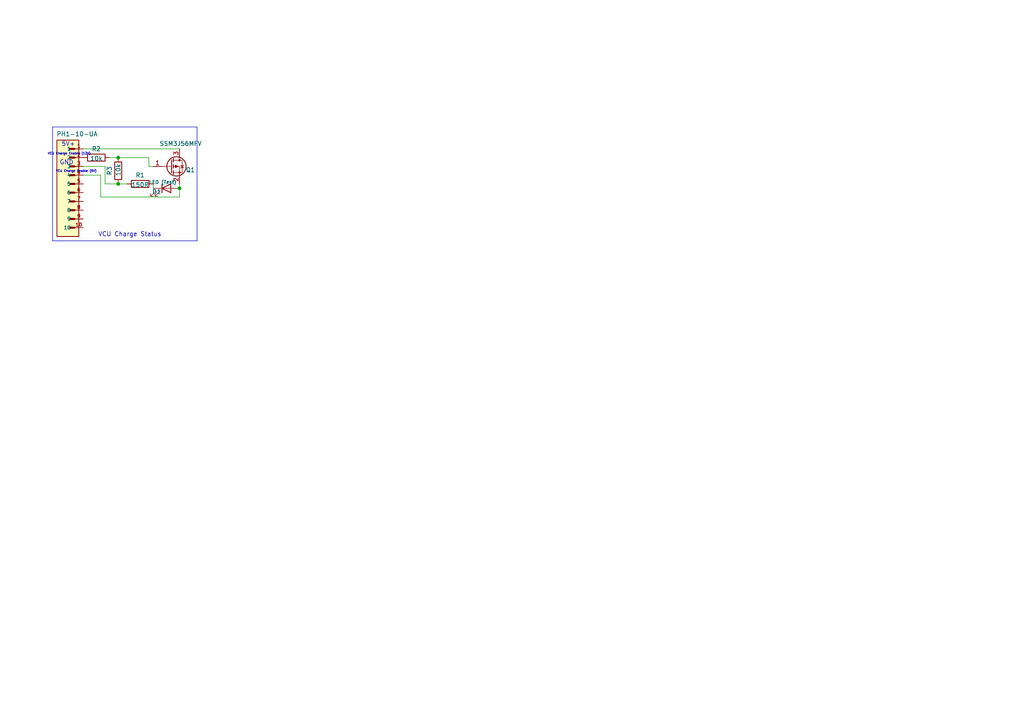
<source format=kicad_sch>
(kicad_sch (version 20231120) (generator "eeschema") (generator_version "8.0")
  (paper "A4")
  (lib_symbols
    (symbol "10 pin output:PH1-10-UA" (pin_names (offset 1.016))
      (property "Reference" "J" (at 0 28.448 0))
      (property "Value" "PH1-10-UA" (at 0 0 0))
      (symbol "PH1-10-UA_0_0"
        (polyline (pts (xy 3.81 2.54) (xy 5.08 2.54)) (stroke (width 0.6096)))
        (polyline (pts (xy 3.81 5.08) (xy 5.08 5.08)) (stroke (width 0.6096)))
        (polyline (pts (xy 3.81 7.62) (xy 5.08 7.62)) (stroke (width 0.6096)))
        (polyline (pts (xy 3.81 10.16) (xy 5.08 10.16)) (stroke (width 0.6096)))
        (polyline (pts (xy 3.81 12.7) (xy 5.08 12.7)) (stroke (width 0.6096)))
        (polyline (pts (xy 3.81 15.24) (xy 5.08 15.24)) (stroke (width 0.6096)))
        (polyline (pts (xy 3.81 17.78) (xy 5.08 17.78)) (stroke (width 0.6096)))
        (polyline (pts (xy 3.81 20.32) (xy 5.08 20.32)) (stroke (width 0.6096)))
        (polyline (pts (xy 3.81 22.86) (xy 5.08 22.86)) (stroke (width 0.6096)))
        (polyline (pts (xy 3.81 25.4) (xy 5.08 25.4)) (stroke (width 0.6096)))
        (rectangle (start 0 0) (end 6.35 27.94) (stroke (width 0.254)) (fill (type background)))
        (pin passive line (at 7.62 25.4 180) (length 2.54) (name "1") (number "1"))
        (pin passive line (at 7.62 2.54 180) (length 2.54) (name "10") (number "10"))
        (pin passive line (at 7.62 22.86 180) (length 2.54) (name "2") (number "2"))
        (pin passive line (at 7.62 20.32 180) (length 2.54) (name "3") (number "3"))
        (pin passive line (at 7.62 17.78 180) (length 2.54) (name "4") (number "4"))
        (pin passive line (at 7.62 15.24 180) (length 2.54) (name "5") (number "5"))
        (pin passive line (at 7.62 12.7 180) (length 2.54) (name "6") (number "6"))
        (pin passive line (at 7.62 10.16 180) (length 2.54) (name "7") (number "7"))
        (pin passive line (at 7.62 7.62 180) (length 2.54) (name "8") (number "8"))
        (pin passive line (at 7.62 5.08 180) (length 2.54) (name "9") (number "9"))
      )
    )
    (symbol "Device:LED" (pin_numbers hide) (pin_names (offset 1.016) hide)
      (property "Reference" "D" (at 0 2.54 0))
      (property "Value" "LED" (at 0 -2.54 0))
      (symbol "LED_0_1"
        (polyline (pts (xy -1.27 -1.27) (xy -1.27 1.27)) (stroke (width 0.254)))
        (polyline (pts (xy -1.27 0) (xy 1.27 0)))
        (polyline (pts (xy 1.27 -1.27) (xy 1.27 1.27) (xy -1.27 0) (xy 1.27 -1.27)) (stroke (width 0.254)))
        (polyline (pts (xy -3.048 -0.762) (xy -4.572 -2.286) (xy -3.81 -2.286) (xy -4.572 -2.286) (xy -4.572 -1.524)))
        (polyline (pts (xy -1.778 -0.762) (xy -3.302 -2.286) (xy -2.54 -2.286) (xy -3.302 -2.286) (xy -3.302 -1.524)))
      )
      (symbol "LED_1_1"
        (pin passive line (at -3.81 0 0) (length 2.54) (name "K") (number "1"))
        (pin passive line (at 3.81 0 180) (length 2.54) (name "A") (number "2"))
      )
    )
    (symbol "Device:R" (pin_numbers hide) (pin_names (offset 0))
      (property "Reference" "R" (at 2.032 0 90))
      (property "Value" "R" (at 0 0 90))
      (symbol "R_0_1"
        (rectangle (start -1.016 -2.54) (end 1.016 2.54) (stroke (width 0.254)))
      )
      (symbol "R_1_1"
        (pin passive line (at 0 3.81 270) (length 1.27) (name "~") (number "1"))
        (pin passive line (at 0 -3.81 90) (length 1.27) (name "~") (number "2"))
      )
    )
    (symbol "Transistor_FET:AON6411" (pin_names hide)
      (property "Reference" "Q" (at 5.08 1.905 0))
      (property "Value" "AON6411" (at 5.08 0 0))
      (symbol "AON6411_0_1"
        (polyline (pts (xy 0.254 0) (xy -2.54 0)))
        (polyline (pts (xy 0.254 1.905) (xy 0.254 -1.905)) (stroke (width 0.254)))
        (polyline (pts (xy 0.762 -1.27) (xy 0.762 -2.286)) (stroke (width 0.254)))
        (polyline (pts (xy 0.762 0.508) (xy 0.762 -0.508)) (stroke (width 0.254)))
        (polyline (pts (xy 0.762 2.286) (xy 0.762 1.27)) (stroke (width 0.254)))
        (polyline (pts (xy 2.54 2.54) (xy 2.54 1.778)))
        (polyline (pts (xy 2.54 -2.54) (xy 2.54 0) (xy 0.762 0)))
        (polyline (pts (xy 0.762 1.778) (xy 3.302 1.778) (xy 3.302 -1.778) (xy 0.762 -1.778)))
        (polyline (pts (xy 2.286 0) (xy 1.27 0.381) (xy 1.27 -0.381) (xy 2.286 0)) (fill (type outline)))
        (polyline (pts (xy 2.794 -0.508) (xy 2.921 -0.381) (xy 3.683 -0.381) (xy 3.81 -0.254)))
        (polyline (pts (xy 3.302 -0.381) (xy 2.921 0.254) (xy 3.683 0.254) (xy 3.302 -0.381)))
        (circle (center 1.651 0) (radius 2.794) (stroke (width 0.254)))
        (circle (center 2.54 -1.778) (radius 0.254) (fill (type outline)))
        (circle (center 2.54 1.778) (radius 0.254) (fill (type outline)))
      )
      (symbol "AON6411_1_1"
        (pin unspecified line (at -5.08 0 0) (length 2.54) (name "G") (number "1"))
        (pin unspecified line (at 2.54 -5.08 90) (length 2.54) (name "S") (number "2"))
        (pin unspecified line (at 2.54 5.08 270) (length 2.54) (name "D") (number "3"))
      )
    )
  )
  (junction (at 34.29 45.72))
  (junction (at 52.07 54.61))
  (junction (at 34.29 53.34))
  (wire (pts (xy 34.29 53.34) (xy 36.83 53.34)))
  (wire (pts (xy 44.45 53.34) (xy 44.45 54.61)))
  (wire (pts (xy 43.18 48.26) (xy 43.18 45.72)))
  (wire (pts (xy 52.07 54.61) (xy 52.07 57.15)))
  (wire (pts (xy 43.18 48.26) (xy 44.45 48.26)))
  (wire (pts (xy 52.07 57.15) (xy 29.21 57.15)))
  (wire (pts (xy 31.75 45.72) (xy 34.29 45.72)))
  (wire (pts (xy 52.07 43.18) (xy 24.13 43.18)))
  (wire (pts (xy 30.48 53.34) (xy 30.48 48.26)))
  (wire (pts (xy 52.07 53.34) (xy 52.07 54.61)))
  (wire (pts (xy 29.21 57.15) (xy 29.21 50.8)))
  (wire (pts (xy 34.29 53.34) (xy 30.48 53.34)))
  (wire (pts (xy 24.13 50.8) (xy 29.21 50.8)))
  (wire (pts (xy 30.48 48.26) (xy 24.13 48.26)))
  (wire (pts (xy 34.29 45.72) (xy 43.18 45.72)))
  (rectangle (start 15.24 36.83) (end 57.15 69.85))
  (text "5V+\n" (at 19.812 41.91 0) (effects (font (size 1.27 1.27))))
  (text "VCU Charge Enable (5V)" (at 22.098 49.784 0) (effects (font (size 0.635 0.635))))
  (text "VCU Charge Status" (at 28.448 68.834 0) (effects (font (size 1.27 1.27)) (justify left bottom)))
  (text "VCU Charge Enable (12V)" (at 20.066 44.704 0) (effects (font (size 0.635 0.635))))
  (text "GND\n" (at 19.304 47.244 0) (effects (font (size 1.27 1.27))))
  (symbol (lib_id "Device:R") (at 27.94 45.72 90) (unit 1)
    (property "Reference" "R2" (at 27.94 43.18 90))
    (property "Value" "10k" (at 27.94 45.974 90))
    (property "Footprint" "Resistor_SMD:R_0603_1608Metric" (effects (hide yes)))
  )
  (symbol (lib_id "Device:LED") (at 48.26 54.61 0) (unit 1)
    (property "Reference" "D1" (at 45.466 55.626 0))
    (property "Value" "LED (Test)" (at 47.244 52.832 0) (effects (font (size 1 1))))
    (property "Footprint" "LED:LED_AP3216SYD_KNB" (effects (hide yes)))
  )
  (symbol (lib_id "Device:R") (at 40.64 53.34 90) (unit 1)
    (property "Reference" "R1" (at 40.64 50.8 90))
    (property "Value" "150R" (at 40.64 53.594 90))
    (property "Footprint" "Resistor_SMD:R_0805_2012Metric" (effects (hide yes)))
  )
  (symbol (lib_id "Device:R") (at 34.29 49.53 180) (unit 1)
    (property "Reference" "R3" (at 31.75 49.53 90))
    (property "Value" "10k" (at 34.29 49.276 90))
    (property "Footprint" "Resistor_SMD:R_0603_1608Metric" (effects (hide yes)))
  )
  (symbol (lib_id "10 pin output:PH1-10-UA") (at 16.51 68.58 0) (unit 1)
    (property "Reference" "J1" (effects (hide yes)))
    (property "Value" "PH1-10-UA" (at 22.352 38.862 0))
    (property "Footprint" "Connector_PinHeader_2.54mm:PinHeader_1x10_P2.54mm_Vertical" (effects (hide yes)))
    (property "MF" "Adam Tech" (effects (hide yes)))
    (property "Description_1" "\n                        \n                            Connector Header Through Hole 10 position 0.100 (2.54mm)\n                        \n" (effects (hide yes)))
    (property "Package" "None" (effects (hide yes)))
    (property "Price" "None" (effects (hide yes)))
    (property "SnapEDA_Link" "https://www.snapeda.com/parts/PH1-10-UA/Adam+Tech/view-part/?ref=snap" (effects (hide yes)))
    (property "MP" "PH1-10-UA" (effects (hide yes)))
    (property "Availability" "In Stock" (effects (hide yes)))
    (property "Check_prices" "https://www.snapeda.com/parts/PH1-10-UA/Adam+Tech/view-part/?ref=eda" (effects (hide yes)))
  )
  (symbol (lib_id "Transistor_FET:AON6411") (at 49.53 48.26 0) (unit 1)
    (property "Reference" "Q1" (at 53.848 49.276 0) (effects (justify left)))
    (property "Value" "SSM3J56MFV" (at 46.228 41.656 0) (effects (justify left)))
    (property "Footprint" "PMOS:VESM_TOS" (effects (hide yes)))
    (property "Datasheet" "https://toshiba.semicon-storage.com/info/SSM3J56MFV_datasheet_en_20140301.pdf?did=7801&prodName=SSM3J56MFV" (effects (hide yes)))
  )
)
</source>
